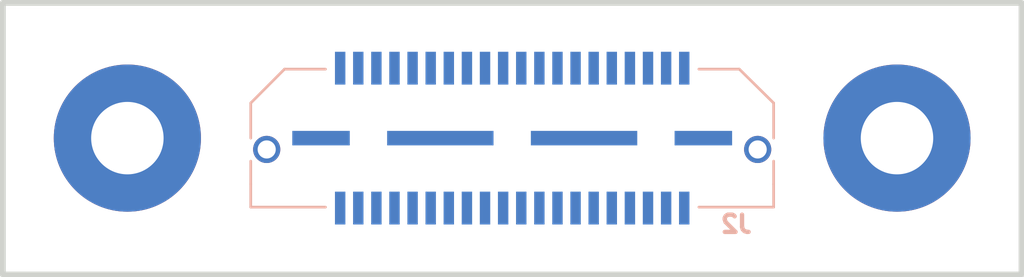
<source format=kicad_pcb>
(kicad_pcb (version 20211014) (generator pcbnew)
  (layers (0 "F.Cu" signal) (1 "In1.Cu" signal) (2 "In2.Cu" signal) (31 "B.Cu" signal) (34 "B.Paste" user) (35 "F.Paste" user) (36 "B.SilkS" user "B.Silkscreen") (37 "F.SilkS" user "F.Silkscreen") (38 "B.Mask" user) (39 "F.Mask" user) (44 "Edge.Cuts" user))
  (net 0 "")
  (net 1 "GND")
  (net 2 "+3.3V")
  (net 24 "/CAM_D0_N")
  (net 25 "/CAM_D0_P")
  (net 26 "/CAM_D1_N")
  (net 27 "/CAM_D1_P")
  (net 28 "/CAM_CK_N")
  (net 29 "/CAM_CK_P")
  (net 30 "/CAM_IO0")
  (net 31 "/CAM_IO1")
  (net 32 "/CAM_SCL")
  (net 33 "/CAM_SDA")
  (footprint "SYZYGY:MountingHole_3.2mm_M3_6.5mm_Pad_TopBottom" (layer "F.Cu") (at 179.5 83.975)
    (fp_text reference "H1" hide)
    (fp_text value "MountingHole_Pad" hide)
    (pad "1" connect circle locked (at 0 0) (size 6.5 6.5) (layers "B.Cu" "B.Mask"))
    (pad "1" connect circle locked (at 0 0) (size 6.5 6.5) (layers "F.Cu" "F.Mask"))
    (pad "1" thru_hole circle locked (at 0 0) (size 3.6 3.6) (drill 3.2) (layers *.Cu *.Mask))
  )
  (footprint "SYZYGY:MountingHole_3.2mm_M3_6.5mm_Pad_TopBottom" (layer "F.Cu") (at 145.5 83.975)
    (fp_text reference "H2" hide)
    (fp_text value "MountingHole_Pad" hide)
    (pad "1" thru_hole circle locked (at 0 0) (size 3.6 3.6) (drill 3.2) (layers *.Cu *.Mask))
    (pad "1" connect circle locked (at 0 0) (size 6.5 6.5) (layers "B.Cu" "B.Mask"))
    (pad "1" connect circle locked (at 0 0) (size 6.5 6.5) (layers "F.Cu" "F.Mask"))
  )
  (footprint "SYZYGY:QTE-020-01-F-D-A" (layer "B.Cu") (at 162.50032 83.975)
    (fp_text reference "J2" (at 9.9 3.8) (layer "B.SilkS") (effects (font (size 0.762 0.762) (thickness 0.1905)) (justify mirror)))
    (fp_text value "SYZYGY_STD")
    (fp_line (start -11.55 -1.55) (end -11.55 0) (layer "B.SilkS") (width 0.12))
    (fp_line (start -11.55 1.016) (end -11.55 2.032) (layer "B.SilkS") (width 0.12))
    (fp_line (start 11.55 1.016) (end 11.55 2.032) (layer "B.SilkS") (width 0.12))
    (fp_line (start 11.55 -1.55) (end 11.55 0) (layer "B.SilkS") (width 0.12))
    (fp_line (start -10.0584 -3.048) (end -11.55 -1.55) (layer "B.SilkS") (width 0.12))
    (fp_line (start -11.55 3.048) (end -8.248 3.048) (layer "B.SilkS") (width 0.12))
    (fp_line (start 10.033 -3.048) (end 11.55 -1.55) (layer "B.SilkS") (width 0.12))
    (fp_line (start -11.55 2.032) (end -11.55 3.048) (layer "B.SilkS") (width 0.12))
    (fp_line (start 8.248 -3.048) (end 10.033 -3.048) (layer "B.SilkS") (width 0.12))
    (fp_line (start -8.248 -3.048) (end -10.0584 -3.048) (layer "B.SilkS") (width 0.12))
    (fp_line (start 11.55 3.048) (end 8.248 3.048) (layer "B.SilkS") (width 0.12))
    (fp_line (start 11.55 2.032) (end 11.55 3.048) (layer "B.SilkS") (width 0.12))
    (pad "" np_thru_hole circle (at -9.24 2.04 180) (size 1.02 1.02) (drill 1.02) (layers *.Cu *.Mask))
    (pad "" np_thru_hole circle (at 9.24 2.04 180) (size 1.02 1.02) (drill 1.02) (layers *.Cu *.Mask))
    (pad "0" smd rect (at -8.445 0) (size 2.54 0.64) (layers "B.Cu" "B.Paste" "B.Mask") (net 1 "GND"))
    (pad "0" smd rect (at 8.445 0) (size 2.54 0.64) (layers "B.Cu" "B.Paste" "B.Mask") (net 1 "GND"))
    (pad "0" smd rect (at 3.175 0) (size 4.7 0.64) (layers "B.Cu" "B.Paste" "B.Mask") (net 1 "GND"))
    (pad "0" smd rect (at -3.175 0) (size 4.7 0.64) (layers "B.Cu" "B.Paste" "B.Mask") (net 1 "GND"))
    (pad "1" smd rect (at -7.6 3.09) (size 0.46 1.45) (layers "B.Cu" "B.Paste" "B.Mask"))
    (pad "2" smd rect (at -7.6 -3.09) (size 0.46 1.45) (layers "B.Cu" "B.Paste" "B.Mask"))
    (pad "3" smd rect (at -6.8 3.09) (size 0.46 1.45) (layers "B.Cu" "B.Paste" "B.Mask"))
    (pad "4" smd rect (at -6.8 -3.09) (size 0.46 1.45) (layers "B.Cu" "B.Paste" "B.Mask"))
    (pad "5" smd rect (at -6 3.09) (size 0.46 1.45) (layers "B.Cu" "B.Paste" "B.Mask"))
    (pad "6" smd rect (at -6 -3.09) (size 0.46 1.45) (layers "B.Cu" "B.Paste" "B.Mask") (net 25 "/CAM_D0_P"))
    (pad "7" smd rect (at -5.2 3.09) (size 0.46 1.45) (layers "B.Cu" "B.Paste" "B.Mask"))
    (pad "8" smd rect (at -5.2 -3.09) (size 0.46 1.45) (layers "B.Cu" "B.Paste" "B.Mask") (net 24 "/CAM_D0_N"))
    (pad "9" smd rect (at -4.4 3.09) (size 0.46 1.45) (layers "B.Cu" "B.Paste" "B.Mask"))
    (pad "10" smd rect (at -4.4 -3.09) (size 0.46 1.45) (layers "B.Cu" "B.Paste" "B.Mask") (net 27 "/CAM_D1_P"))
    (pad "11" smd rect (at -3.6 3.09) (size 0.46 1.45) (layers "B.Cu" "B.Paste" "B.Mask"))
    (pad "12" smd rect (at -3.6 -3.09) (size 0.46 1.45) (layers "B.Cu" "B.Paste" "B.Mask") (net 26 "/CAM_D1_N"))
    (pad "13" smd rect (at -2.8 3.09) (size 0.46 1.45) (layers "B.Cu" "B.Paste" "B.Mask"))
    (pad "14" smd rect (at -2.8 -3.09) (size 0.46 1.45) (layers "B.Cu" "B.Paste" "B.Mask"))
    (pad "15" smd rect (at -2 3.09) (size 0.46 1.45) (layers "B.Cu" "B.Paste" "B.Mask"))
    (pad "16" smd rect (at -2 -3.09) (size 0.46 1.45) (layers "B.Cu" "B.Paste" "B.Mask"))
    (pad "17" smd rect (at -1.2 3.09) (size 0.46 1.45) (layers "B.Cu" "B.Paste" "B.Mask"))
    (pad "18" smd rect (at -1.2 -3.09) (size 0.46 1.45) (layers "B.Cu" "B.Paste" "B.Mask"))
    (pad "19" smd rect (at -0.4 3.09) (size 0.46 1.45) (layers "B.Cu" "B.Paste" "B.Mask"))
    (pad "20" smd rect (at -0.4 -3.09) (size 0.46 1.45) (layers "B.Cu" "B.Paste" "B.Mask"))
    (pad "21" smd rect (at 0.4 3.09) (size 0.46 1.45) (layers "B.Cu" "B.Paste" "B.Mask") (net 30 "/CAM_IO0"))
    (pad "22" smd rect (at 0.4 -3.09) (size 0.46 1.45) (layers "B.Cu" "B.Paste" "B.Mask"))
    (pad "23" smd rect (at 1.2 3.09) (size 0.46 1.45) (layers "B.Cu" "B.Paste" "B.Mask") (net 31 "/CAM_IO1"))
    (pad "24" smd rect (at 1.2 -3.09) (size 0.46 1.45) (layers "B.Cu" "B.Paste" "B.Mask"))
    (pad "25" smd rect (at 2 3.09) (size 0.46 1.45) (layers "B.Cu" "B.Paste" "B.Mask") (net 32 "/CAM_SCL"))
    (pad "26" smd rect (at 2 -3.09) (size 0.46 1.45) (layers "B.Cu" "B.Paste" "B.Mask"))
    (pad "27" smd rect (at 2.8 3.09) (size 0.46 1.45) (layers "B.Cu" "B.Paste" "B.Mask") (net 33 "/CAM_SDA"))
    (pad "28" smd rect (at 2.8 -3.09) (size 0.46 1.45) (layers "B.Cu" "B.Paste" "B.Mask"))
    (pad "29" smd rect (at 3.6 3.09) (size 0.46 1.45) (layers "B.Cu" "B.Paste" "B.Mask"))
    (pad "30" smd rect (at 3.6 -3.09) (size 0.46 1.45) (layers "B.Cu" "B.Paste" "B.Mask"))
    (pad "31" smd rect (at 4.4 3.09) (size 0.46 1.45) (layers "B.Cu" "B.Paste" "B.Mask"))
    (pad "32" smd rect (at 4.4 -3.09) (size 0.46 1.45) (layers "B.Cu" "B.Paste" "B.Mask"))
    (pad "33" smd rect (at 5.2 3.09) (size 0.46 1.45) (layers "B.Cu" "B.Paste" "B.Mask") (net 29 "/CAM_CK_P"))
    (pad "34" smd rect (at 5.2 -3.09) (size 0.46 1.45) (layers "B.Cu" "B.Paste" "B.Mask"))
    (pad "35" smd rect (at 6 3.09) (size 0.46 1.45) (layers "B.Cu" "B.Paste" "B.Mask") (net 28 "/CAM_CK_N"))
    (pad "36" smd rect (at 6 -3.09) (size 0.46 1.45) (layers "B.Cu" "B.Paste" "B.Mask"))
    (pad "37" smd rect (at 6.8 3.09) (size 0.46 1.45) (layers "B.Cu" "B.Paste" "B.Mask"))
    (pad "38" smd rect (at 6.8 -3.09) (size 0.46 1.45) (layers "B.Cu" "B.Paste" "B.Mask"))
    (pad "39" smd rect (at 7.6 3.09) (size 0.46 1.45) (layers "B.Cu" "B.Paste" "B.Mask"))
    (pad "40" smd rect (at 7.6 -3.09) (size 0.46 1.45) (layers "B.Cu" "B.Paste" "B.Mask") (net 2 "+3.3V"))
    (pad "MH" thru_hole circle (at 10.845 0.5 180) (size 1.2 1.2) (drill 0.8) (layers *.Cu *.Mask))
    (pad "MH" thru_hole circle (at -10.845 0.5 180) (size 1.2 1.2) (drill 0.8) (layers *.Cu *.Mask))
  )
  (gr_line (start 185 90) (end 185 78) (layer "Edge.Cuts") (width 0.254))
  (gr_line (start 140 78) (end 140 90) (layer "Edge.Cuts") (width 0.254))
  (gr_line (start 185 78) (end 140 78) (layer "Edge.Cuts") (width 0.254))
  (gr_line (start 140 90) (end 185 90) (layer "Edge.Cuts") (width 0.254))
)
</source>
